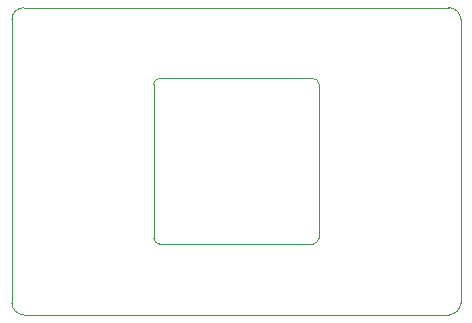
<source format=gbr>
%TF.GenerationSoftware,KiCad,Pcbnew,(5.99.0-9519-ga70106a3bd)*%
%TF.CreationDate,2021-04-17T12:19:11-04:00*%
%TF.ProjectId,plate,706c6174-652e-46b6-9963-61645f706362,rev?*%
%TF.SameCoordinates,Original*%
%TF.FileFunction,Profile,NP*%
%FSLAX46Y46*%
G04 Gerber Fmt 4.6, Leading zero omitted, Abs format (unit mm)*
G04 Created by KiCad (PCBNEW (5.99.0-9519-ga70106a3bd)) date 2021-04-17 12:19:11*
%MOMM*%
%LPD*%
G01*
G04 APERTURE LIST*
%TA.AperFunction,Profile*%
%ADD10C,0.100000*%
%TD*%
G04 APERTURE END LIST*
D10*
X18000000Y-13000000D02*
G75*
G03*
X19000000Y-12000000I0J1000000D01*
G01*
X6500000Y-7000000D02*
X-6500000Y-7000000D01*
X-19000000Y-12000000D02*
G75*
G03*
X-18000000Y-13000000I1000000J0D01*
G01*
X19000000Y12000000D02*
G75*
G03*
X18000000Y13000000I-1000000J0D01*
G01*
X-18000000Y13000000D02*
X18000000Y13000000D01*
X-6500000Y-7000000D02*
G75*
G02*
X-7000000Y-6500000I0J500000D01*
G01*
X19000000Y-11000000D02*
X19000000Y-12000000D01*
X-19000000Y-12000000D02*
X-19000000Y12000000D01*
X7000000Y6500000D02*
G75*
G03*
X6500000Y7000000I-500000J0D01*
G01*
X7000000Y6500000D02*
X7000000Y-6500000D01*
X19000000Y12000000D02*
X19000000Y-11000000D01*
X18000000Y-13000000D02*
X-18000000Y-13000000D01*
X-19000000Y12000000D02*
G75*
G02*
X-18000000Y13000000I1000000J0D01*
G01*
X6500000Y-7000000D02*
G75*
G03*
X7000000Y-6500000I0J500000D01*
G01*
X-6500000Y7000000D02*
X6500000Y7000000D01*
X-7000000Y-6500000D02*
X-7000000Y6500000D01*
X-7000000Y6500000D02*
G75*
G02*
X-6500000Y7000000I500000J0D01*
G01*
M02*

</source>
